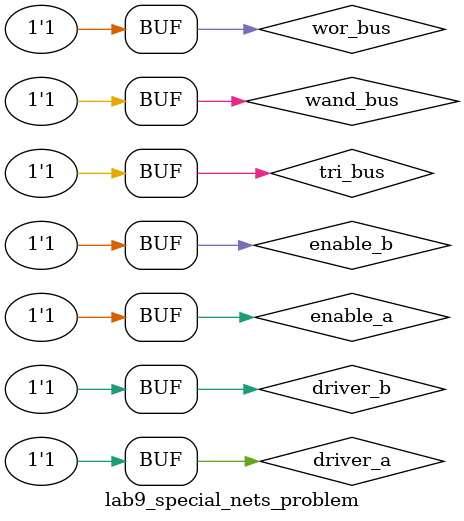
<source format=v>

module lab9_special_nets_problem();
    
    reg driver_a, driver_b;
    reg enable_a, enable_b;

    // TODO 1: Declare a tri-state wire named 'tri_bus'. A 'tri' net can be
    // driven by multiple sources and can be in a high-impedance state 'z'.
    
    // TODO 2: Declare a wired-AND net named 'wand_bus'. If multiple drivers
    // are active, the result is a bitwise AND of their values.
    
    // TODO 3: Declare a wired-OR net named 'wor_bus'. If multiple drivers
    // are active, the result is a bitwise OR.

    // Tri-state buffer assignments
    assign tri_bus = (enable_a) ? driver_a : 1'bz;
    assign tri_bus = (enable_b) ? driver_b : 1'bz;
    
    // Wired logic assignments
    assign wand_bus = driver_a;
    assign wand_bus = driver_b;
    assign wor_bus  = driver_a;
    assign wor_bus  = driver_b;
    
    initial begin
        $display("\n--- Lab 9: Special Net Types ---");
        $monitor("Time: %2d, A=%b, enA=%b, B=%b, enB=%b | tri=%b, wand=%b, wor=%b",
                 $time, driver_a, enable_a, driver_b, enable_b, tri_bus, wand_bus, wor_bus);
        
        // Scenario 1: Driver A active
        driver_a=1; enable_a=1; driver_b=0; enable_b=0; #10;
        
        // Scenario 2: Driver B active
        driver_a=1; enable_a=0; driver_b=0; enable_b=1; #10;
        
        // Scenario 3: Bus contention (Both drivers active)
        driver_a=1; enable_a=1; driver_b=0; enable_b=1; #10;
    end

endmodule

</source>
